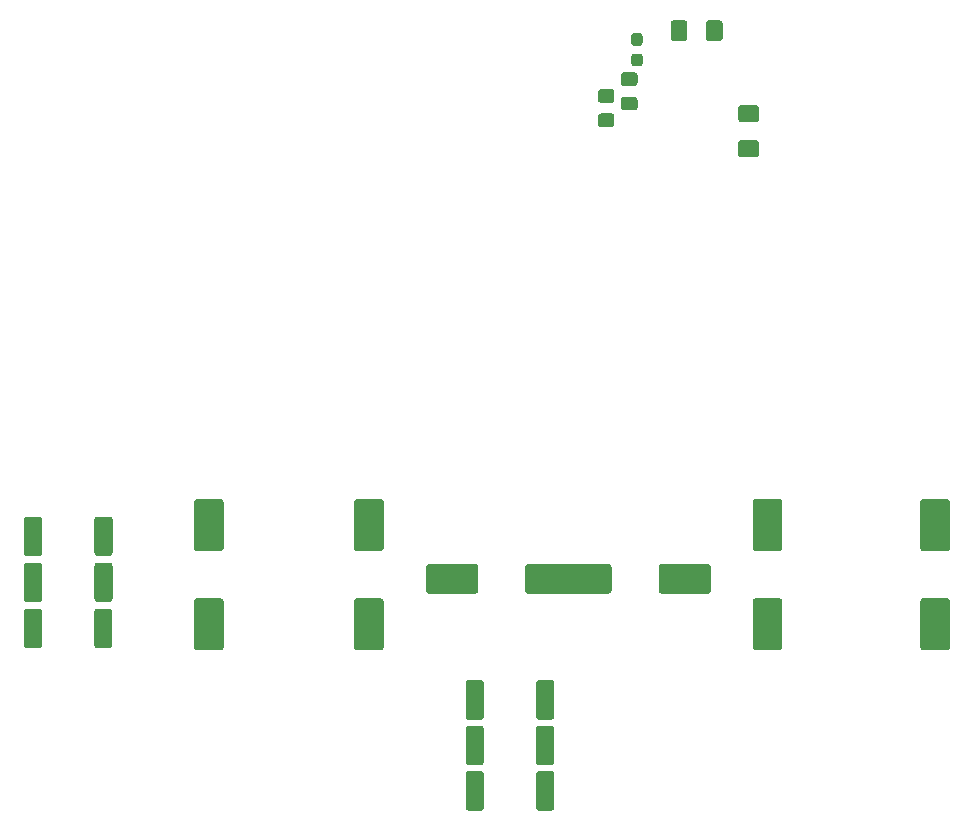
<source format=gbp>
%TF.GenerationSoftware,KiCad,Pcbnew,5.1.5+dfsg1-2build2*%
%TF.CreationDate,2021-12-29T18:24:04+01:00*%
%TF.ProjectId,motorDriver,6d6f746f-7244-4726-9976-65722e6b6963,rev?*%
%TF.SameCoordinates,Original*%
%TF.FileFunction,Paste,Bot*%
%TF.FilePolarity,Positive*%
%FSLAX46Y46*%
G04 Gerber Fmt 4.6, Leading zero omitted, Abs format (unit mm)*
G04 Created by KiCad (PCBNEW 5.1.5+dfsg1-2build2) date 2021-12-29 18:24:04*
%MOMM*%
%LPD*%
G04 APERTURE LIST*
%ADD10C,0.100000*%
G04 APERTURE END LIST*
D10*
%TO.C,C32*%
G36*
X116024504Y-88051204D02*
G01*
X116048773Y-88054804D01*
X116072571Y-88060765D01*
X116095671Y-88069030D01*
X116117849Y-88079520D01*
X116138893Y-88092133D01*
X116158598Y-88106747D01*
X116176777Y-88123223D01*
X116193253Y-88141402D01*
X116207867Y-88161107D01*
X116220480Y-88182151D01*
X116230970Y-88204329D01*
X116239235Y-88227429D01*
X116245196Y-88251227D01*
X116248796Y-88275496D01*
X116250000Y-88300000D01*
X116250000Y-92200000D01*
X116248796Y-92224504D01*
X116245196Y-92248773D01*
X116239235Y-92272571D01*
X116230970Y-92295671D01*
X116220480Y-92317849D01*
X116207867Y-92338893D01*
X116193253Y-92358598D01*
X116176777Y-92376777D01*
X116158598Y-92393253D01*
X116138893Y-92407867D01*
X116117849Y-92420480D01*
X116095671Y-92430970D01*
X116072571Y-92439235D01*
X116048773Y-92445196D01*
X116024504Y-92448796D01*
X116000000Y-92450000D01*
X114000000Y-92450000D01*
X113975496Y-92448796D01*
X113951227Y-92445196D01*
X113927429Y-92439235D01*
X113904329Y-92430970D01*
X113882151Y-92420480D01*
X113861107Y-92407867D01*
X113841402Y-92393253D01*
X113823223Y-92376777D01*
X113806747Y-92358598D01*
X113792133Y-92338893D01*
X113779520Y-92317849D01*
X113769030Y-92295671D01*
X113760765Y-92272571D01*
X113754804Y-92248773D01*
X113751204Y-92224504D01*
X113750000Y-92200000D01*
X113750000Y-88300000D01*
X113751204Y-88275496D01*
X113754804Y-88251227D01*
X113760765Y-88227429D01*
X113769030Y-88204329D01*
X113779520Y-88182151D01*
X113792133Y-88161107D01*
X113806747Y-88141402D01*
X113823223Y-88123223D01*
X113841402Y-88106747D01*
X113861107Y-88092133D01*
X113882151Y-88079520D01*
X113904329Y-88069030D01*
X113927429Y-88060765D01*
X113951227Y-88054804D01*
X113975496Y-88051204D01*
X114000000Y-88050000D01*
X116000000Y-88050000D01*
X116024504Y-88051204D01*
G37*
G36*
X116024504Y-96451204D02*
G01*
X116048773Y-96454804D01*
X116072571Y-96460765D01*
X116095671Y-96469030D01*
X116117849Y-96479520D01*
X116138893Y-96492133D01*
X116158598Y-96506747D01*
X116176777Y-96523223D01*
X116193253Y-96541402D01*
X116207867Y-96561107D01*
X116220480Y-96582151D01*
X116230970Y-96604329D01*
X116239235Y-96627429D01*
X116245196Y-96651227D01*
X116248796Y-96675496D01*
X116250000Y-96700000D01*
X116250000Y-100600000D01*
X116248796Y-100624504D01*
X116245196Y-100648773D01*
X116239235Y-100672571D01*
X116230970Y-100695671D01*
X116220480Y-100717849D01*
X116207867Y-100738893D01*
X116193253Y-100758598D01*
X116176777Y-100776777D01*
X116158598Y-100793253D01*
X116138893Y-100807867D01*
X116117849Y-100820480D01*
X116095671Y-100830970D01*
X116072571Y-100839235D01*
X116048773Y-100845196D01*
X116024504Y-100848796D01*
X116000000Y-100850000D01*
X114000000Y-100850000D01*
X113975496Y-100848796D01*
X113951227Y-100845196D01*
X113927429Y-100839235D01*
X113904329Y-100830970D01*
X113882151Y-100820480D01*
X113861107Y-100807867D01*
X113841402Y-100793253D01*
X113823223Y-100776777D01*
X113806747Y-100758598D01*
X113792133Y-100738893D01*
X113779520Y-100717849D01*
X113769030Y-100695671D01*
X113760765Y-100672571D01*
X113754804Y-100648773D01*
X113751204Y-100624504D01*
X113750000Y-100600000D01*
X113750000Y-96700000D01*
X113751204Y-96675496D01*
X113754804Y-96651227D01*
X113760765Y-96627429D01*
X113769030Y-96604329D01*
X113779520Y-96582151D01*
X113792133Y-96561107D01*
X113806747Y-96541402D01*
X113823223Y-96523223D01*
X113841402Y-96506747D01*
X113861107Y-96492133D01*
X113882151Y-96479520D01*
X113904329Y-96469030D01*
X113927429Y-96460765D01*
X113951227Y-96454804D01*
X113975496Y-96451204D01*
X114000000Y-96450000D01*
X116000000Y-96450000D01*
X116024504Y-96451204D01*
G37*
%TD*%
%TO.C,L1*%
G36*
X151510779Y-48601144D02*
G01*
X151533834Y-48604563D01*
X151556443Y-48610227D01*
X151578387Y-48618079D01*
X151599457Y-48628044D01*
X151619448Y-48640026D01*
X151638168Y-48653910D01*
X151655438Y-48669562D01*
X151671090Y-48686832D01*
X151684974Y-48705552D01*
X151696956Y-48725543D01*
X151706921Y-48746613D01*
X151714773Y-48768557D01*
X151720437Y-48791166D01*
X151723856Y-48814221D01*
X151725000Y-48837500D01*
X151725000Y-49412500D01*
X151723856Y-49435779D01*
X151720437Y-49458834D01*
X151714773Y-49481443D01*
X151706921Y-49503387D01*
X151696956Y-49524457D01*
X151684974Y-49544448D01*
X151671090Y-49563168D01*
X151655438Y-49580438D01*
X151638168Y-49596090D01*
X151619448Y-49609974D01*
X151599457Y-49621956D01*
X151578387Y-49631921D01*
X151556443Y-49639773D01*
X151533834Y-49645437D01*
X151510779Y-49648856D01*
X151487500Y-49650000D01*
X151012500Y-49650000D01*
X150989221Y-49648856D01*
X150966166Y-49645437D01*
X150943557Y-49639773D01*
X150921613Y-49631921D01*
X150900543Y-49621956D01*
X150880552Y-49609974D01*
X150861832Y-49596090D01*
X150844562Y-49580438D01*
X150828910Y-49563168D01*
X150815026Y-49544448D01*
X150803044Y-49524457D01*
X150793079Y-49503387D01*
X150785227Y-49481443D01*
X150779563Y-49458834D01*
X150776144Y-49435779D01*
X150775000Y-49412500D01*
X150775000Y-48837500D01*
X150776144Y-48814221D01*
X150779563Y-48791166D01*
X150785227Y-48768557D01*
X150793079Y-48746613D01*
X150803044Y-48725543D01*
X150815026Y-48705552D01*
X150828910Y-48686832D01*
X150844562Y-48669562D01*
X150861832Y-48653910D01*
X150880552Y-48640026D01*
X150900543Y-48628044D01*
X150921613Y-48618079D01*
X150943557Y-48610227D01*
X150966166Y-48604563D01*
X150989221Y-48601144D01*
X151012500Y-48600000D01*
X151487500Y-48600000D01*
X151510779Y-48601144D01*
G37*
G36*
X151510779Y-50351144D02*
G01*
X151533834Y-50354563D01*
X151556443Y-50360227D01*
X151578387Y-50368079D01*
X151599457Y-50378044D01*
X151619448Y-50390026D01*
X151638168Y-50403910D01*
X151655438Y-50419562D01*
X151671090Y-50436832D01*
X151684974Y-50455552D01*
X151696956Y-50475543D01*
X151706921Y-50496613D01*
X151714773Y-50518557D01*
X151720437Y-50541166D01*
X151723856Y-50564221D01*
X151725000Y-50587500D01*
X151725000Y-51162500D01*
X151723856Y-51185779D01*
X151720437Y-51208834D01*
X151714773Y-51231443D01*
X151706921Y-51253387D01*
X151696956Y-51274457D01*
X151684974Y-51294448D01*
X151671090Y-51313168D01*
X151655438Y-51330438D01*
X151638168Y-51346090D01*
X151619448Y-51359974D01*
X151599457Y-51371956D01*
X151578387Y-51381921D01*
X151556443Y-51389773D01*
X151533834Y-51395437D01*
X151510779Y-51398856D01*
X151487500Y-51400000D01*
X151012500Y-51400000D01*
X150989221Y-51398856D01*
X150966166Y-51395437D01*
X150943557Y-51389773D01*
X150921613Y-51381921D01*
X150900543Y-51371956D01*
X150880552Y-51359974D01*
X150861832Y-51346090D01*
X150844562Y-51330438D01*
X150828910Y-51313168D01*
X150815026Y-51294448D01*
X150803044Y-51274457D01*
X150793079Y-51253387D01*
X150785227Y-51231443D01*
X150779563Y-51208834D01*
X150776144Y-51185779D01*
X150775000Y-51162500D01*
X150775000Y-50587500D01*
X150776144Y-50564221D01*
X150779563Y-50541166D01*
X150785227Y-50518557D01*
X150793079Y-50496613D01*
X150803044Y-50475543D01*
X150815026Y-50455552D01*
X150828910Y-50436832D01*
X150844562Y-50419562D01*
X150861832Y-50403910D01*
X150880552Y-50390026D01*
X150900543Y-50378044D01*
X150921613Y-50368079D01*
X150943557Y-50360227D01*
X150966166Y-50354563D01*
X150989221Y-50351144D01*
X151012500Y-50350000D01*
X151487500Y-50350000D01*
X151510779Y-50351144D01*
G37*
%TD*%
%TO.C,C38*%
G36*
X151074505Y-51926204D02*
G01*
X151098773Y-51929804D01*
X151122572Y-51935765D01*
X151145671Y-51944030D01*
X151167850Y-51954520D01*
X151188893Y-51967132D01*
X151208599Y-51981747D01*
X151226777Y-51998223D01*
X151243253Y-52016401D01*
X151257868Y-52036107D01*
X151270480Y-52057150D01*
X151280970Y-52079329D01*
X151289235Y-52102428D01*
X151295196Y-52126227D01*
X151298796Y-52150495D01*
X151300000Y-52174999D01*
X151300000Y-52825001D01*
X151298796Y-52849505D01*
X151295196Y-52873773D01*
X151289235Y-52897572D01*
X151280970Y-52920671D01*
X151270480Y-52942850D01*
X151257868Y-52963893D01*
X151243253Y-52983599D01*
X151226777Y-53001777D01*
X151208599Y-53018253D01*
X151188893Y-53032868D01*
X151167850Y-53045480D01*
X151145671Y-53055970D01*
X151122572Y-53064235D01*
X151098773Y-53070196D01*
X151074505Y-53073796D01*
X151050001Y-53075000D01*
X150149999Y-53075000D01*
X150125495Y-53073796D01*
X150101227Y-53070196D01*
X150077428Y-53064235D01*
X150054329Y-53055970D01*
X150032150Y-53045480D01*
X150011107Y-53032868D01*
X149991401Y-53018253D01*
X149973223Y-53001777D01*
X149956747Y-52983599D01*
X149942132Y-52963893D01*
X149929520Y-52942850D01*
X149919030Y-52920671D01*
X149910765Y-52897572D01*
X149904804Y-52873773D01*
X149901204Y-52849505D01*
X149900000Y-52825001D01*
X149900000Y-52174999D01*
X149901204Y-52150495D01*
X149904804Y-52126227D01*
X149910765Y-52102428D01*
X149919030Y-52079329D01*
X149929520Y-52057150D01*
X149942132Y-52036107D01*
X149956747Y-52016401D01*
X149973223Y-51998223D01*
X149991401Y-51981747D01*
X150011107Y-51967132D01*
X150032150Y-51954520D01*
X150054329Y-51944030D01*
X150077428Y-51935765D01*
X150101227Y-51929804D01*
X150125495Y-51926204D01*
X150149999Y-51925000D01*
X151050001Y-51925000D01*
X151074505Y-51926204D01*
G37*
G36*
X151074505Y-53976204D02*
G01*
X151098773Y-53979804D01*
X151122572Y-53985765D01*
X151145671Y-53994030D01*
X151167850Y-54004520D01*
X151188893Y-54017132D01*
X151208599Y-54031747D01*
X151226777Y-54048223D01*
X151243253Y-54066401D01*
X151257868Y-54086107D01*
X151270480Y-54107150D01*
X151280970Y-54129329D01*
X151289235Y-54152428D01*
X151295196Y-54176227D01*
X151298796Y-54200495D01*
X151300000Y-54224999D01*
X151300000Y-54875001D01*
X151298796Y-54899505D01*
X151295196Y-54923773D01*
X151289235Y-54947572D01*
X151280970Y-54970671D01*
X151270480Y-54992850D01*
X151257868Y-55013893D01*
X151243253Y-55033599D01*
X151226777Y-55051777D01*
X151208599Y-55068253D01*
X151188893Y-55082868D01*
X151167850Y-55095480D01*
X151145671Y-55105970D01*
X151122572Y-55114235D01*
X151098773Y-55120196D01*
X151074505Y-55123796D01*
X151050001Y-55125000D01*
X150149999Y-55125000D01*
X150125495Y-55123796D01*
X150101227Y-55120196D01*
X150077428Y-55114235D01*
X150054329Y-55105970D01*
X150032150Y-55095480D01*
X150011107Y-55082868D01*
X149991401Y-55068253D01*
X149973223Y-55051777D01*
X149956747Y-55033599D01*
X149942132Y-55013893D01*
X149929520Y-54992850D01*
X149919030Y-54970671D01*
X149910765Y-54947572D01*
X149904804Y-54923773D01*
X149901204Y-54899505D01*
X149900000Y-54875001D01*
X149900000Y-54224999D01*
X149901204Y-54200495D01*
X149904804Y-54176227D01*
X149910765Y-54152428D01*
X149919030Y-54129329D01*
X149929520Y-54107150D01*
X149942132Y-54086107D01*
X149956747Y-54066401D01*
X149973223Y-54048223D01*
X149991401Y-54031747D01*
X150011107Y-54017132D01*
X150032150Y-54004520D01*
X150054329Y-53994030D01*
X150077428Y-53985765D01*
X150101227Y-53979804D01*
X150125495Y-53976204D01*
X150149999Y-53975000D01*
X151050001Y-53975000D01*
X151074505Y-53976204D01*
G37*
%TD*%
%TO.C,C2*%
G36*
X149124505Y-55401204D02*
G01*
X149148773Y-55404804D01*
X149172572Y-55410765D01*
X149195671Y-55419030D01*
X149217850Y-55429520D01*
X149238893Y-55442132D01*
X149258599Y-55456747D01*
X149276777Y-55473223D01*
X149293253Y-55491401D01*
X149307868Y-55511107D01*
X149320480Y-55532150D01*
X149330970Y-55554329D01*
X149339235Y-55577428D01*
X149345196Y-55601227D01*
X149348796Y-55625495D01*
X149350000Y-55649999D01*
X149350000Y-56300001D01*
X149348796Y-56324505D01*
X149345196Y-56348773D01*
X149339235Y-56372572D01*
X149330970Y-56395671D01*
X149320480Y-56417850D01*
X149307868Y-56438893D01*
X149293253Y-56458599D01*
X149276777Y-56476777D01*
X149258599Y-56493253D01*
X149238893Y-56507868D01*
X149217850Y-56520480D01*
X149195671Y-56530970D01*
X149172572Y-56539235D01*
X149148773Y-56545196D01*
X149124505Y-56548796D01*
X149100001Y-56550000D01*
X148199999Y-56550000D01*
X148175495Y-56548796D01*
X148151227Y-56545196D01*
X148127428Y-56539235D01*
X148104329Y-56530970D01*
X148082150Y-56520480D01*
X148061107Y-56507868D01*
X148041401Y-56493253D01*
X148023223Y-56476777D01*
X148006747Y-56458599D01*
X147992132Y-56438893D01*
X147979520Y-56417850D01*
X147969030Y-56395671D01*
X147960765Y-56372572D01*
X147954804Y-56348773D01*
X147951204Y-56324505D01*
X147950000Y-56300001D01*
X147950000Y-55649999D01*
X147951204Y-55625495D01*
X147954804Y-55601227D01*
X147960765Y-55577428D01*
X147969030Y-55554329D01*
X147979520Y-55532150D01*
X147992132Y-55511107D01*
X148006747Y-55491401D01*
X148023223Y-55473223D01*
X148041401Y-55456747D01*
X148061107Y-55442132D01*
X148082150Y-55429520D01*
X148104329Y-55419030D01*
X148127428Y-55410765D01*
X148151227Y-55404804D01*
X148175495Y-55401204D01*
X148199999Y-55400000D01*
X149100001Y-55400000D01*
X149124505Y-55401204D01*
G37*
G36*
X149124505Y-53351204D02*
G01*
X149148773Y-53354804D01*
X149172572Y-53360765D01*
X149195671Y-53369030D01*
X149217850Y-53379520D01*
X149238893Y-53392132D01*
X149258599Y-53406747D01*
X149276777Y-53423223D01*
X149293253Y-53441401D01*
X149307868Y-53461107D01*
X149320480Y-53482150D01*
X149330970Y-53504329D01*
X149339235Y-53527428D01*
X149345196Y-53551227D01*
X149348796Y-53575495D01*
X149350000Y-53599999D01*
X149350000Y-54250001D01*
X149348796Y-54274505D01*
X149345196Y-54298773D01*
X149339235Y-54322572D01*
X149330970Y-54345671D01*
X149320480Y-54367850D01*
X149307868Y-54388893D01*
X149293253Y-54408599D01*
X149276777Y-54426777D01*
X149258599Y-54443253D01*
X149238893Y-54457868D01*
X149217850Y-54470480D01*
X149195671Y-54480970D01*
X149172572Y-54489235D01*
X149148773Y-54495196D01*
X149124505Y-54498796D01*
X149100001Y-54500000D01*
X148199999Y-54500000D01*
X148175495Y-54498796D01*
X148151227Y-54495196D01*
X148127428Y-54489235D01*
X148104329Y-54480970D01*
X148082150Y-54470480D01*
X148061107Y-54457868D01*
X148041401Y-54443253D01*
X148023223Y-54426777D01*
X148006747Y-54408599D01*
X147992132Y-54388893D01*
X147979520Y-54367850D01*
X147969030Y-54345671D01*
X147960765Y-54322572D01*
X147954804Y-54298773D01*
X147951204Y-54274505D01*
X147950000Y-54250001D01*
X147950000Y-53599999D01*
X147951204Y-53575495D01*
X147954804Y-53551227D01*
X147960765Y-53527428D01*
X147969030Y-53504329D01*
X147979520Y-53482150D01*
X147992132Y-53461107D01*
X148006747Y-53441401D01*
X148023223Y-53423223D01*
X148041401Y-53406747D01*
X148061107Y-53392132D01*
X148082150Y-53379520D01*
X148104329Y-53369030D01*
X148127428Y-53360765D01*
X148151227Y-53354804D01*
X148175495Y-53351204D01*
X148199999Y-53350000D01*
X149100001Y-53350000D01*
X149124505Y-53351204D01*
G37*
%TD*%
%TO.C,R3*%
G36*
X158274504Y-47526204D02*
G01*
X158298773Y-47529804D01*
X158322571Y-47535765D01*
X158345671Y-47544030D01*
X158367849Y-47554520D01*
X158388893Y-47567133D01*
X158408598Y-47581747D01*
X158426777Y-47598223D01*
X158443253Y-47616402D01*
X158457867Y-47636107D01*
X158470480Y-47657151D01*
X158480970Y-47679329D01*
X158489235Y-47702429D01*
X158495196Y-47726227D01*
X158498796Y-47750496D01*
X158500000Y-47775000D01*
X158500000Y-49025000D01*
X158498796Y-49049504D01*
X158495196Y-49073773D01*
X158489235Y-49097571D01*
X158480970Y-49120671D01*
X158470480Y-49142849D01*
X158457867Y-49163893D01*
X158443253Y-49183598D01*
X158426777Y-49201777D01*
X158408598Y-49218253D01*
X158388893Y-49232867D01*
X158367849Y-49245480D01*
X158345671Y-49255970D01*
X158322571Y-49264235D01*
X158298773Y-49270196D01*
X158274504Y-49273796D01*
X158250000Y-49275000D01*
X157325000Y-49275000D01*
X157300496Y-49273796D01*
X157276227Y-49270196D01*
X157252429Y-49264235D01*
X157229329Y-49255970D01*
X157207151Y-49245480D01*
X157186107Y-49232867D01*
X157166402Y-49218253D01*
X157148223Y-49201777D01*
X157131747Y-49183598D01*
X157117133Y-49163893D01*
X157104520Y-49142849D01*
X157094030Y-49120671D01*
X157085765Y-49097571D01*
X157079804Y-49073773D01*
X157076204Y-49049504D01*
X157075000Y-49025000D01*
X157075000Y-47775000D01*
X157076204Y-47750496D01*
X157079804Y-47726227D01*
X157085765Y-47702429D01*
X157094030Y-47679329D01*
X157104520Y-47657151D01*
X157117133Y-47636107D01*
X157131747Y-47616402D01*
X157148223Y-47598223D01*
X157166402Y-47581747D01*
X157186107Y-47567133D01*
X157207151Y-47554520D01*
X157229329Y-47544030D01*
X157252429Y-47535765D01*
X157276227Y-47529804D01*
X157300496Y-47526204D01*
X157325000Y-47525000D01*
X158250000Y-47525000D01*
X158274504Y-47526204D01*
G37*
G36*
X155299504Y-47526204D02*
G01*
X155323773Y-47529804D01*
X155347571Y-47535765D01*
X155370671Y-47544030D01*
X155392849Y-47554520D01*
X155413893Y-47567133D01*
X155433598Y-47581747D01*
X155451777Y-47598223D01*
X155468253Y-47616402D01*
X155482867Y-47636107D01*
X155495480Y-47657151D01*
X155505970Y-47679329D01*
X155514235Y-47702429D01*
X155520196Y-47726227D01*
X155523796Y-47750496D01*
X155525000Y-47775000D01*
X155525000Y-49025000D01*
X155523796Y-49049504D01*
X155520196Y-49073773D01*
X155514235Y-49097571D01*
X155505970Y-49120671D01*
X155495480Y-49142849D01*
X155482867Y-49163893D01*
X155468253Y-49183598D01*
X155451777Y-49201777D01*
X155433598Y-49218253D01*
X155413893Y-49232867D01*
X155392849Y-49245480D01*
X155370671Y-49255970D01*
X155347571Y-49264235D01*
X155323773Y-49270196D01*
X155299504Y-49273796D01*
X155275000Y-49275000D01*
X154350000Y-49275000D01*
X154325496Y-49273796D01*
X154301227Y-49270196D01*
X154277429Y-49264235D01*
X154254329Y-49255970D01*
X154232151Y-49245480D01*
X154211107Y-49232867D01*
X154191402Y-49218253D01*
X154173223Y-49201777D01*
X154156747Y-49183598D01*
X154142133Y-49163893D01*
X154129520Y-49142849D01*
X154119030Y-49120671D01*
X154110765Y-49097571D01*
X154104804Y-49073773D01*
X154101204Y-49049504D01*
X154100000Y-49025000D01*
X154100000Y-47775000D01*
X154101204Y-47750496D01*
X154104804Y-47726227D01*
X154110765Y-47702429D01*
X154119030Y-47679329D01*
X154129520Y-47657151D01*
X154142133Y-47636107D01*
X154156747Y-47616402D01*
X154173223Y-47598223D01*
X154191402Y-47581747D01*
X154211107Y-47567133D01*
X154232151Y-47554520D01*
X154254329Y-47544030D01*
X154277429Y-47535765D01*
X154301227Y-47529804D01*
X154325496Y-47526204D01*
X154350000Y-47525000D01*
X155275000Y-47525000D01*
X155299504Y-47526204D01*
G37*
%TD*%
%TO.C,R6*%
G36*
X161349504Y-54701204D02*
G01*
X161373773Y-54704804D01*
X161397571Y-54710765D01*
X161420671Y-54719030D01*
X161442849Y-54729520D01*
X161463893Y-54742133D01*
X161483598Y-54756747D01*
X161501777Y-54773223D01*
X161518253Y-54791402D01*
X161532867Y-54811107D01*
X161545480Y-54832151D01*
X161555970Y-54854329D01*
X161564235Y-54877429D01*
X161570196Y-54901227D01*
X161573796Y-54925496D01*
X161575000Y-54950000D01*
X161575000Y-55875000D01*
X161573796Y-55899504D01*
X161570196Y-55923773D01*
X161564235Y-55947571D01*
X161555970Y-55970671D01*
X161545480Y-55992849D01*
X161532867Y-56013893D01*
X161518253Y-56033598D01*
X161501777Y-56051777D01*
X161483598Y-56068253D01*
X161463893Y-56082867D01*
X161442849Y-56095480D01*
X161420671Y-56105970D01*
X161397571Y-56114235D01*
X161373773Y-56120196D01*
X161349504Y-56123796D01*
X161325000Y-56125000D01*
X160075000Y-56125000D01*
X160050496Y-56123796D01*
X160026227Y-56120196D01*
X160002429Y-56114235D01*
X159979329Y-56105970D01*
X159957151Y-56095480D01*
X159936107Y-56082867D01*
X159916402Y-56068253D01*
X159898223Y-56051777D01*
X159881747Y-56033598D01*
X159867133Y-56013893D01*
X159854520Y-55992849D01*
X159844030Y-55970671D01*
X159835765Y-55947571D01*
X159829804Y-55923773D01*
X159826204Y-55899504D01*
X159825000Y-55875000D01*
X159825000Y-54950000D01*
X159826204Y-54925496D01*
X159829804Y-54901227D01*
X159835765Y-54877429D01*
X159844030Y-54854329D01*
X159854520Y-54832151D01*
X159867133Y-54811107D01*
X159881747Y-54791402D01*
X159898223Y-54773223D01*
X159916402Y-54756747D01*
X159936107Y-54742133D01*
X159957151Y-54729520D01*
X159979329Y-54719030D01*
X160002429Y-54710765D01*
X160026227Y-54704804D01*
X160050496Y-54701204D01*
X160075000Y-54700000D01*
X161325000Y-54700000D01*
X161349504Y-54701204D01*
G37*
G36*
X161349504Y-57676204D02*
G01*
X161373773Y-57679804D01*
X161397571Y-57685765D01*
X161420671Y-57694030D01*
X161442849Y-57704520D01*
X161463893Y-57717133D01*
X161483598Y-57731747D01*
X161501777Y-57748223D01*
X161518253Y-57766402D01*
X161532867Y-57786107D01*
X161545480Y-57807151D01*
X161555970Y-57829329D01*
X161564235Y-57852429D01*
X161570196Y-57876227D01*
X161573796Y-57900496D01*
X161575000Y-57925000D01*
X161575000Y-58850000D01*
X161573796Y-58874504D01*
X161570196Y-58898773D01*
X161564235Y-58922571D01*
X161555970Y-58945671D01*
X161545480Y-58967849D01*
X161532867Y-58988893D01*
X161518253Y-59008598D01*
X161501777Y-59026777D01*
X161483598Y-59043253D01*
X161463893Y-59057867D01*
X161442849Y-59070480D01*
X161420671Y-59080970D01*
X161397571Y-59089235D01*
X161373773Y-59095196D01*
X161349504Y-59098796D01*
X161325000Y-59100000D01*
X160075000Y-59100000D01*
X160050496Y-59098796D01*
X160026227Y-59095196D01*
X160002429Y-59089235D01*
X159979329Y-59080970D01*
X159957151Y-59070480D01*
X159936107Y-59057867D01*
X159916402Y-59043253D01*
X159898223Y-59026777D01*
X159881747Y-59008598D01*
X159867133Y-58988893D01*
X159854520Y-58967849D01*
X159844030Y-58945671D01*
X159835765Y-58922571D01*
X159829804Y-58898773D01*
X159826204Y-58874504D01*
X159825000Y-58850000D01*
X159825000Y-57925000D01*
X159826204Y-57900496D01*
X159829804Y-57876227D01*
X159835765Y-57852429D01*
X159844030Y-57829329D01*
X159854520Y-57807151D01*
X159867133Y-57786107D01*
X159881747Y-57766402D01*
X159898223Y-57748223D01*
X159916402Y-57731747D01*
X159936107Y-57717133D01*
X159957151Y-57704520D01*
X159979329Y-57694030D01*
X160002429Y-57685765D01*
X160026227Y-57679804D01*
X160050496Y-57676204D01*
X160075000Y-57675000D01*
X161325000Y-57675000D01*
X161349504Y-57676204D01*
G37*
%TD*%
%TO.C,R13*%
G36*
X100649505Y-93426204D02*
G01*
X100673773Y-93429804D01*
X100697572Y-93435765D01*
X100720671Y-93444030D01*
X100742850Y-93454520D01*
X100763893Y-93467132D01*
X100783599Y-93481747D01*
X100801777Y-93498223D01*
X100818253Y-93516401D01*
X100832868Y-93536107D01*
X100845480Y-93557150D01*
X100855970Y-93579329D01*
X100864235Y-93602428D01*
X100870196Y-93626227D01*
X100873796Y-93650495D01*
X100875000Y-93674999D01*
X100875000Y-96525001D01*
X100873796Y-96549505D01*
X100870196Y-96573773D01*
X100864235Y-96597572D01*
X100855970Y-96620671D01*
X100845480Y-96642850D01*
X100832868Y-96663893D01*
X100818253Y-96683599D01*
X100801777Y-96701777D01*
X100783599Y-96718253D01*
X100763893Y-96732868D01*
X100742850Y-96745480D01*
X100720671Y-96755970D01*
X100697572Y-96764235D01*
X100673773Y-96770196D01*
X100649505Y-96773796D01*
X100625001Y-96775000D01*
X99599999Y-96775000D01*
X99575495Y-96773796D01*
X99551227Y-96770196D01*
X99527428Y-96764235D01*
X99504329Y-96755970D01*
X99482150Y-96745480D01*
X99461107Y-96732868D01*
X99441401Y-96718253D01*
X99423223Y-96701777D01*
X99406747Y-96683599D01*
X99392132Y-96663893D01*
X99379520Y-96642850D01*
X99369030Y-96620671D01*
X99360765Y-96597572D01*
X99354804Y-96573773D01*
X99351204Y-96549505D01*
X99350000Y-96525001D01*
X99350000Y-93674999D01*
X99351204Y-93650495D01*
X99354804Y-93626227D01*
X99360765Y-93602428D01*
X99369030Y-93579329D01*
X99379520Y-93557150D01*
X99392132Y-93536107D01*
X99406747Y-93516401D01*
X99423223Y-93498223D01*
X99441401Y-93481747D01*
X99461107Y-93467132D01*
X99482150Y-93454520D01*
X99504329Y-93444030D01*
X99527428Y-93435765D01*
X99551227Y-93429804D01*
X99575495Y-93426204D01*
X99599999Y-93425000D01*
X100625001Y-93425000D01*
X100649505Y-93426204D01*
G37*
G36*
X106624505Y-93426204D02*
G01*
X106648773Y-93429804D01*
X106672572Y-93435765D01*
X106695671Y-93444030D01*
X106717850Y-93454520D01*
X106738893Y-93467132D01*
X106758599Y-93481747D01*
X106776777Y-93498223D01*
X106793253Y-93516401D01*
X106807868Y-93536107D01*
X106820480Y-93557150D01*
X106830970Y-93579329D01*
X106839235Y-93602428D01*
X106845196Y-93626227D01*
X106848796Y-93650495D01*
X106850000Y-93674999D01*
X106850000Y-96525001D01*
X106848796Y-96549505D01*
X106845196Y-96573773D01*
X106839235Y-96597572D01*
X106830970Y-96620671D01*
X106820480Y-96642850D01*
X106807868Y-96663893D01*
X106793253Y-96683599D01*
X106776777Y-96701777D01*
X106758599Y-96718253D01*
X106738893Y-96732868D01*
X106717850Y-96745480D01*
X106695671Y-96755970D01*
X106672572Y-96764235D01*
X106648773Y-96770196D01*
X106624505Y-96773796D01*
X106600001Y-96775000D01*
X105574999Y-96775000D01*
X105550495Y-96773796D01*
X105526227Y-96770196D01*
X105502428Y-96764235D01*
X105479329Y-96755970D01*
X105457150Y-96745480D01*
X105436107Y-96732868D01*
X105416401Y-96718253D01*
X105398223Y-96701777D01*
X105381747Y-96683599D01*
X105367132Y-96663893D01*
X105354520Y-96642850D01*
X105344030Y-96620671D01*
X105335765Y-96597572D01*
X105329804Y-96573773D01*
X105326204Y-96549505D01*
X105325000Y-96525001D01*
X105325000Y-93674999D01*
X105326204Y-93650495D01*
X105329804Y-93626227D01*
X105335765Y-93602428D01*
X105344030Y-93579329D01*
X105354520Y-93557150D01*
X105367132Y-93536107D01*
X105381747Y-93516401D01*
X105398223Y-93498223D01*
X105416401Y-93481747D01*
X105436107Y-93467132D01*
X105457150Y-93454520D01*
X105479329Y-93444030D01*
X105502428Y-93435765D01*
X105526227Y-93429804D01*
X105550495Y-93426204D01*
X105574999Y-93425000D01*
X106600001Y-93425000D01*
X106624505Y-93426204D01*
G37*
%TD*%
%TO.C,R19*%
G36*
X100649505Y-89526204D02*
G01*
X100673773Y-89529804D01*
X100697572Y-89535765D01*
X100720671Y-89544030D01*
X100742850Y-89554520D01*
X100763893Y-89567132D01*
X100783599Y-89581747D01*
X100801777Y-89598223D01*
X100818253Y-89616401D01*
X100832868Y-89636107D01*
X100845480Y-89657150D01*
X100855970Y-89679329D01*
X100864235Y-89702428D01*
X100870196Y-89726227D01*
X100873796Y-89750495D01*
X100875000Y-89774999D01*
X100875000Y-92625001D01*
X100873796Y-92649505D01*
X100870196Y-92673773D01*
X100864235Y-92697572D01*
X100855970Y-92720671D01*
X100845480Y-92742850D01*
X100832868Y-92763893D01*
X100818253Y-92783599D01*
X100801777Y-92801777D01*
X100783599Y-92818253D01*
X100763893Y-92832868D01*
X100742850Y-92845480D01*
X100720671Y-92855970D01*
X100697572Y-92864235D01*
X100673773Y-92870196D01*
X100649505Y-92873796D01*
X100625001Y-92875000D01*
X99599999Y-92875000D01*
X99575495Y-92873796D01*
X99551227Y-92870196D01*
X99527428Y-92864235D01*
X99504329Y-92855970D01*
X99482150Y-92845480D01*
X99461107Y-92832868D01*
X99441401Y-92818253D01*
X99423223Y-92801777D01*
X99406747Y-92783599D01*
X99392132Y-92763893D01*
X99379520Y-92742850D01*
X99369030Y-92720671D01*
X99360765Y-92697572D01*
X99354804Y-92673773D01*
X99351204Y-92649505D01*
X99350000Y-92625001D01*
X99350000Y-89774999D01*
X99351204Y-89750495D01*
X99354804Y-89726227D01*
X99360765Y-89702428D01*
X99369030Y-89679329D01*
X99379520Y-89657150D01*
X99392132Y-89636107D01*
X99406747Y-89616401D01*
X99423223Y-89598223D01*
X99441401Y-89581747D01*
X99461107Y-89567132D01*
X99482150Y-89554520D01*
X99504329Y-89544030D01*
X99527428Y-89535765D01*
X99551227Y-89529804D01*
X99575495Y-89526204D01*
X99599999Y-89525000D01*
X100625001Y-89525000D01*
X100649505Y-89526204D01*
G37*
G36*
X106624505Y-89526204D02*
G01*
X106648773Y-89529804D01*
X106672572Y-89535765D01*
X106695671Y-89544030D01*
X106717850Y-89554520D01*
X106738893Y-89567132D01*
X106758599Y-89581747D01*
X106776777Y-89598223D01*
X106793253Y-89616401D01*
X106807868Y-89636107D01*
X106820480Y-89657150D01*
X106830970Y-89679329D01*
X106839235Y-89702428D01*
X106845196Y-89726227D01*
X106848796Y-89750495D01*
X106850000Y-89774999D01*
X106850000Y-92625001D01*
X106848796Y-92649505D01*
X106845196Y-92673773D01*
X106839235Y-92697572D01*
X106830970Y-92720671D01*
X106820480Y-92742850D01*
X106807868Y-92763893D01*
X106793253Y-92783599D01*
X106776777Y-92801777D01*
X106758599Y-92818253D01*
X106738893Y-92832868D01*
X106717850Y-92845480D01*
X106695671Y-92855970D01*
X106672572Y-92864235D01*
X106648773Y-92870196D01*
X106624505Y-92873796D01*
X106600001Y-92875000D01*
X105574999Y-92875000D01*
X105550495Y-92873796D01*
X105526227Y-92870196D01*
X105502428Y-92864235D01*
X105479329Y-92855970D01*
X105457150Y-92845480D01*
X105436107Y-92832868D01*
X105416401Y-92818253D01*
X105398223Y-92801777D01*
X105381747Y-92783599D01*
X105367132Y-92763893D01*
X105354520Y-92742850D01*
X105344030Y-92720671D01*
X105335765Y-92697572D01*
X105329804Y-92673773D01*
X105326204Y-92649505D01*
X105325000Y-92625001D01*
X105325000Y-89774999D01*
X105326204Y-89750495D01*
X105329804Y-89726227D01*
X105335765Y-89702428D01*
X105344030Y-89679329D01*
X105354520Y-89657150D01*
X105367132Y-89636107D01*
X105381747Y-89616401D01*
X105398223Y-89598223D01*
X105416401Y-89581747D01*
X105436107Y-89567132D01*
X105457150Y-89554520D01*
X105479329Y-89544030D01*
X105502428Y-89535765D01*
X105526227Y-89529804D01*
X105550495Y-89526204D01*
X105574999Y-89525000D01*
X106600001Y-89525000D01*
X106624505Y-89526204D01*
G37*
%TD*%
%TO.C,R25*%
G36*
X100637005Y-97326204D02*
G01*
X100661273Y-97329804D01*
X100685072Y-97335765D01*
X100708171Y-97344030D01*
X100730350Y-97354520D01*
X100751393Y-97367132D01*
X100771099Y-97381747D01*
X100789277Y-97398223D01*
X100805753Y-97416401D01*
X100820368Y-97436107D01*
X100832980Y-97457150D01*
X100843470Y-97479329D01*
X100851735Y-97502428D01*
X100857696Y-97526227D01*
X100861296Y-97550495D01*
X100862500Y-97574999D01*
X100862500Y-100425001D01*
X100861296Y-100449505D01*
X100857696Y-100473773D01*
X100851735Y-100497572D01*
X100843470Y-100520671D01*
X100832980Y-100542850D01*
X100820368Y-100563893D01*
X100805753Y-100583599D01*
X100789277Y-100601777D01*
X100771099Y-100618253D01*
X100751393Y-100632868D01*
X100730350Y-100645480D01*
X100708171Y-100655970D01*
X100685072Y-100664235D01*
X100661273Y-100670196D01*
X100637005Y-100673796D01*
X100612501Y-100675000D01*
X99587499Y-100675000D01*
X99562995Y-100673796D01*
X99538727Y-100670196D01*
X99514928Y-100664235D01*
X99491829Y-100655970D01*
X99469650Y-100645480D01*
X99448607Y-100632868D01*
X99428901Y-100618253D01*
X99410723Y-100601777D01*
X99394247Y-100583599D01*
X99379632Y-100563893D01*
X99367020Y-100542850D01*
X99356530Y-100520671D01*
X99348265Y-100497572D01*
X99342304Y-100473773D01*
X99338704Y-100449505D01*
X99337500Y-100425001D01*
X99337500Y-97574999D01*
X99338704Y-97550495D01*
X99342304Y-97526227D01*
X99348265Y-97502428D01*
X99356530Y-97479329D01*
X99367020Y-97457150D01*
X99379632Y-97436107D01*
X99394247Y-97416401D01*
X99410723Y-97398223D01*
X99428901Y-97381747D01*
X99448607Y-97367132D01*
X99469650Y-97354520D01*
X99491829Y-97344030D01*
X99514928Y-97335765D01*
X99538727Y-97329804D01*
X99562995Y-97326204D01*
X99587499Y-97325000D01*
X100612501Y-97325000D01*
X100637005Y-97326204D01*
G37*
G36*
X106612005Y-97326204D02*
G01*
X106636273Y-97329804D01*
X106660072Y-97335765D01*
X106683171Y-97344030D01*
X106705350Y-97354520D01*
X106726393Y-97367132D01*
X106746099Y-97381747D01*
X106764277Y-97398223D01*
X106780753Y-97416401D01*
X106795368Y-97436107D01*
X106807980Y-97457150D01*
X106818470Y-97479329D01*
X106826735Y-97502428D01*
X106832696Y-97526227D01*
X106836296Y-97550495D01*
X106837500Y-97574999D01*
X106837500Y-100425001D01*
X106836296Y-100449505D01*
X106832696Y-100473773D01*
X106826735Y-100497572D01*
X106818470Y-100520671D01*
X106807980Y-100542850D01*
X106795368Y-100563893D01*
X106780753Y-100583599D01*
X106764277Y-100601777D01*
X106746099Y-100618253D01*
X106726393Y-100632868D01*
X106705350Y-100645480D01*
X106683171Y-100655970D01*
X106660072Y-100664235D01*
X106636273Y-100670196D01*
X106612005Y-100673796D01*
X106587501Y-100675000D01*
X105562499Y-100675000D01*
X105537995Y-100673796D01*
X105513727Y-100670196D01*
X105489928Y-100664235D01*
X105466829Y-100655970D01*
X105444650Y-100645480D01*
X105423607Y-100632868D01*
X105403901Y-100618253D01*
X105385723Y-100601777D01*
X105369247Y-100583599D01*
X105354632Y-100563893D01*
X105342020Y-100542850D01*
X105331530Y-100520671D01*
X105323265Y-100497572D01*
X105317304Y-100473773D01*
X105313704Y-100449505D01*
X105312500Y-100425001D01*
X105312500Y-97574999D01*
X105313704Y-97550495D01*
X105317304Y-97526227D01*
X105323265Y-97502428D01*
X105331530Y-97479329D01*
X105342020Y-97457150D01*
X105354632Y-97436107D01*
X105369247Y-97416401D01*
X105385723Y-97398223D01*
X105403901Y-97381747D01*
X105423607Y-97367132D01*
X105444650Y-97354520D01*
X105466829Y-97344030D01*
X105489928Y-97335765D01*
X105513727Y-97329804D01*
X105537995Y-97326204D01*
X105562499Y-97325000D01*
X106587501Y-97325000D01*
X106612005Y-97326204D01*
G37*
%TD*%
%TO.C,R32*%
G36*
X138049505Y-103376204D02*
G01*
X138073773Y-103379804D01*
X138097572Y-103385765D01*
X138120671Y-103394030D01*
X138142850Y-103404520D01*
X138163893Y-103417132D01*
X138183599Y-103431747D01*
X138201777Y-103448223D01*
X138218253Y-103466401D01*
X138232868Y-103486107D01*
X138245480Y-103507150D01*
X138255970Y-103529329D01*
X138264235Y-103552428D01*
X138270196Y-103576227D01*
X138273796Y-103600495D01*
X138275000Y-103624999D01*
X138275000Y-106475001D01*
X138273796Y-106499505D01*
X138270196Y-106523773D01*
X138264235Y-106547572D01*
X138255970Y-106570671D01*
X138245480Y-106592850D01*
X138232868Y-106613893D01*
X138218253Y-106633599D01*
X138201777Y-106651777D01*
X138183599Y-106668253D01*
X138163893Y-106682868D01*
X138142850Y-106695480D01*
X138120671Y-106705970D01*
X138097572Y-106714235D01*
X138073773Y-106720196D01*
X138049505Y-106723796D01*
X138025001Y-106725000D01*
X136999999Y-106725000D01*
X136975495Y-106723796D01*
X136951227Y-106720196D01*
X136927428Y-106714235D01*
X136904329Y-106705970D01*
X136882150Y-106695480D01*
X136861107Y-106682868D01*
X136841401Y-106668253D01*
X136823223Y-106651777D01*
X136806747Y-106633599D01*
X136792132Y-106613893D01*
X136779520Y-106592850D01*
X136769030Y-106570671D01*
X136760765Y-106547572D01*
X136754804Y-106523773D01*
X136751204Y-106499505D01*
X136750000Y-106475001D01*
X136750000Y-103624999D01*
X136751204Y-103600495D01*
X136754804Y-103576227D01*
X136760765Y-103552428D01*
X136769030Y-103529329D01*
X136779520Y-103507150D01*
X136792132Y-103486107D01*
X136806747Y-103466401D01*
X136823223Y-103448223D01*
X136841401Y-103431747D01*
X136861107Y-103417132D01*
X136882150Y-103404520D01*
X136904329Y-103394030D01*
X136927428Y-103385765D01*
X136951227Y-103379804D01*
X136975495Y-103376204D01*
X136999999Y-103375000D01*
X138025001Y-103375000D01*
X138049505Y-103376204D01*
G37*
G36*
X144024505Y-103376204D02*
G01*
X144048773Y-103379804D01*
X144072572Y-103385765D01*
X144095671Y-103394030D01*
X144117850Y-103404520D01*
X144138893Y-103417132D01*
X144158599Y-103431747D01*
X144176777Y-103448223D01*
X144193253Y-103466401D01*
X144207868Y-103486107D01*
X144220480Y-103507150D01*
X144230970Y-103529329D01*
X144239235Y-103552428D01*
X144245196Y-103576227D01*
X144248796Y-103600495D01*
X144250000Y-103624999D01*
X144250000Y-106475001D01*
X144248796Y-106499505D01*
X144245196Y-106523773D01*
X144239235Y-106547572D01*
X144230970Y-106570671D01*
X144220480Y-106592850D01*
X144207868Y-106613893D01*
X144193253Y-106633599D01*
X144176777Y-106651777D01*
X144158599Y-106668253D01*
X144138893Y-106682868D01*
X144117850Y-106695480D01*
X144095671Y-106705970D01*
X144072572Y-106714235D01*
X144048773Y-106720196D01*
X144024505Y-106723796D01*
X144000001Y-106725000D01*
X142974999Y-106725000D01*
X142950495Y-106723796D01*
X142926227Y-106720196D01*
X142902428Y-106714235D01*
X142879329Y-106705970D01*
X142857150Y-106695480D01*
X142836107Y-106682868D01*
X142816401Y-106668253D01*
X142798223Y-106651777D01*
X142781747Y-106633599D01*
X142767132Y-106613893D01*
X142754520Y-106592850D01*
X142744030Y-106570671D01*
X142735765Y-106547572D01*
X142729804Y-106523773D01*
X142726204Y-106499505D01*
X142725000Y-106475001D01*
X142725000Y-103624999D01*
X142726204Y-103600495D01*
X142729804Y-103576227D01*
X142735765Y-103552428D01*
X142744030Y-103529329D01*
X142754520Y-103507150D01*
X142767132Y-103486107D01*
X142781747Y-103466401D01*
X142798223Y-103448223D01*
X142816401Y-103431747D01*
X142836107Y-103417132D01*
X142857150Y-103404520D01*
X142879329Y-103394030D01*
X142902428Y-103385765D01*
X142926227Y-103379804D01*
X142950495Y-103376204D01*
X142974999Y-103375000D01*
X144000001Y-103375000D01*
X144024505Y-103376204D01*
G37*
%TD*%
%TO.C,R33*%
G36*
X138049505Y-107226204D02*
G01*
X138073773Y-107229804D01*
X138097572Y-107235765D01*
X138120671Y-107244030D01*
X138142850Y-107254520D01*
X138163893Y-107267132D01*
X138183599Y-107281747D01*
X138201777Y-107298223D01*
X138218253Y-107316401D01*
X138232868Y-107336107D01*
X138245480Y-107357150D01*
X138255970Y-107379329D01*
X138264235Y-107402428D01*
X138270196Y-107426227D01*
X138273796Y-107450495D01*
X138275000Y-107474999D01*
X138275000Y-110325001D01*
X138273796Y-110349505D01*
X138270196Y-110373773D01*
X138264235Y-110397572D01*
X138255970Y-110420671D01*
X138245480Y-110442850D01*
X138232868Y-110463893D01*
X138218253Y-110483599D01*
X138201777Y-110501777D01*
X138183599Y-110518253D01*
X138163893Y-110532868D01*
X138142850Y-110545480D01*
X138120671Y-110555970D01*
X138097572Y-110564235D01*
X138073773Y-110570196D01*
X138049505Y-110573796D01*
X138025001Y-110575000D01*
X136999999Y-110575000D01*
X136975495Y-110573796D01*
X136951227Y-110570196D01*
X136927428Y-110564235D01*
X136904329Y-110555970D01*
X136882150Y-110545480D01*
X136861107Y-110532868D01*
X136841401Y-110518253D01*
X136823223Y-110501777D01*
X136806747Y-110483599D01*
X136792132Y-110463893D01*
X136779520Y-110442850D01*
X136769030Y-110420671D01*
X136760765Y-110397572D01*
X136754804Y-110373773D01*
X136751204Y-110349505D01*
X136750000Y-110325001D01*
X136750000Y-107474999D01*
X136751204Y-107450495D01*
X136754804Y-107426227D01*
X136760765Y-107402428D01*
X136769030Y-107379329D01*
X136779520Y-107357150D01*
X136792132Y-107336107D01*
X136806747Y-107316401D01*
X136823223Y-107298223D01*
X136841401Y-107281747D01*
X136861107Y-107267132D01*
X136882150Y-107254520D01*
X136904329Y-107244030D01*
X136927428Y-107235765D01*
X136951227Y-107229804D01*
X136975495Y-107226204D01*
X136999999Y-107225000D01*
X138025001Y-107225000D01*
X138049505Y-107226204D01*
G37*
G36*
X144024505Y-107226204D02*
G01*
X144048773Y-107229804D01*
X144072572Y-107235765D01*
X144095671Y-107244030D01*
X144117850Y-107254520D01*
X144138893Y-107267132D01*
X144158599Y-107281747D01*
X144176777Y-107298223D01*
X144193253Y-107316401D01*
X144207868Y-107336107D01*
X144220480Y-107357150D01*
X144230970Y-107379329D01*
X144239235Y-107402428D01*
X144245196Y-107426227D01*
X144248796Y-107450495D01*
X144250000Y-107474999D01*
X144250000Y-110325001D01*
X144248796Y-110349505D01*
X144245196Y-110373773D01*
X144239235Y-110397572D01*
X144230970Y-110420671D01*
X144220480Y-110442850D01*
X144207868Y-110463893D01*
X144193253Y-110483599D01*
X144176777Y-110501777D01*
X144158599Y-110518253D01*
X144138893Y-110532868D01*
X144117850Y-110545480D01*
X144095671Y-110555970D01*
X144072572Y-110564235D01*
X144048773Y-110570196D01*
X144024505Y-110573796D01*
X144000001Y-110575000D01*
X142974999Y-110575000D01*
X142950495Y-110573796D01*
X142926227Y-110570196D01*
X142902428Y-110564235D01*
X142879329Y-110555970D01*
X142857150Y-110545480D01*
X142836107Y-110532868D01*
X142816401Y-110518253D01*
X142798223Y-110501777D01*
X142781747Y-110483599D01*
X142767132Y-110463893D01*
X142754520Y-110442850D01*
X142744030Y-110420671D01*
X142735765Y-110397572D01*
X142729804Y-110373773D01*
X142726204Y-110349505D01*
X142725000Y-110325001D01*
X142725000Y-107474999D01*
X142726204Y-107450495D01*
X142729804Y-107426227D01*
X142735765Y-107402428D01*
X142744030Y-107379329D01*
X142754520Y-107357150D01*
X142767132Y-107336107D01*
X142781747Y-107316401D01*
X142798223Y-107298223D01*
X142816401Y-107281747D01*
X142836107Y-107267132D01*
X142857150Y-107254520D01*
X142879329Y-107244030D01*
X142902428Y-107235765D01*
X142926227Y-107229804D01*
X142950495Y-107226204D01*
X142974999Y-107225000D01*
X144000001Y-107225000D01*
X144024505Y-107226204D01*
G37*
%TD*%
%TO.C,R34*%
G36*
X138049505Y-111076204D02*
G01*
X138073773Y-111079804D01*
X138097572Y-111085765D01*
X138120671Y-111094030D01*
X138142850Y-111104520D01*
X138163893Y-111117132D01*
X138183599Y-111131747D01*
X138201777Y-111148223D01*
X138218253Y-111166401D01*
X138232868Y-111186107D01*
X138245480Y-111207150D01*
X138255970Y-111229329D01*
X138264235Y-111252428D01*
X138270196Y-111276227D01*
X138273796Y-111300495D01*
X138275000Y-111324999D01*
X138275000Y-114175001D01*
X138273796Y-114199505D01*
X138270196Y-114223773D01*
X138264235Y-114247572D01*
X138255970Y-114270671D01*
X138245480Y-114292850D01*
X138232868Y-114313893D01*
X138218253Y-114333599D01*
X138201777Y-114351777D01*
X138183599Y-114368253D01*
X138163893Y-114382868D01*
X138142850Y-114395480D01*
X138120671Y-114405970D01*
X138097572Y-114414235D01*
X138073773Y-114420196D01*
X138049505Y-114423796D01*
X138025001Y-114425000D01*
X136999999Y-114425000D01*
X136975495Y-114423796D01*
X136951227Y-114420196D01*
X136927428Y-114414235D01*
X136904329Y-114405970D01*
X136882150Y-114395480D01*
X136861107Y-114382868D01*
X136841401Y-114368253D01*
X136823223Y-114351777D01*
X136806747Y-114333599D01*
X136792132Y-114313893D01*
X136779520Y-114292850D01*
X136769030Y-114270671D01*
X136760765Y-114247572D01*
X136754804Y-114223773D01*
X136751204Y-114199505D01*
X136750000Y-114175001D01*
X136750000Y-111324999D01*
X136751204Y-111300495D01*
X136754804Y-111276227D01*
X136760765Y-111252428D01*
X136769030Y-111229329D01*
X136779520Y-111207150D01*
X136792132Y-111186107D01*
X136806747Y-111166401D01*
X136823223Y-111148223D01*
X136841401Y-111131747D01*
X136861107Y-111117132D01*
X136882150Y-111104520D01*
X136904329Y-111094030D01*
X136927428Y-111085765D01*
X136951227Y-111079804D01*
X136975495Y-111076204D01*
X136999999Y-111075000D01*
X138025001Y-111075000D01*
X138049505Y-111076204D01*
G37*
G36*
X144024505Y-111076204D02*
G01*
X144048773Y-111079804D01*
X144072572Y-111085765D01*
X144095671Y-111094030D01*
X144117850Y-111104520D01*
X144138893Y-111117132D01*
X144158599Y-111131747D01*
X144176777Y-111148223D01*
X144193253Y-111166401D01*
X144207868Y-111186107D01*
X144220480Y-111207150D01*
X144230970Y-111229329D01*
X144239235Y-111252428D01*
X144245196Y-111276227D01*
X144248796Y-111300495D01*
X144250000Y-111324999D01*
X144250000Y-114175001D01*
X144248796Y-114199505D01*
X144245196Y-114223773D01*
X144239235Y-114247572D01*
X144230970Y-114270671D01*
X144220480Y-114292850D01*
X144207868Y-114313893D01*
X144193253Y-114333599D01*
X144176777Y-114351777D01*
X144158599Y-114368253D01*
X144138893Y-114382868D01*
X144117850Y-114395480D01*
X144095671Y-114405970D01*
X144072572Y-114414235D01*
X144048773Y-114420196D01*
X144024505Y-114423796D01*
X144000001Y-114425000D01*
X142974999Y-114425000D01*
X142950495Y-114423796D01*
X142926227Y-114420196D01*
X142902428Y-114414235D01*
X142879329Y-114405970D01*
X142857150Y-114395480D01*
X142836107Y-114382868D01*
X142816401Y-114368253D01*
X142798223Y-114351777D01*
X142781747Y-114333599D01*
X142767132Y-114313893D01*
X142754520Y-114292850D01*
X142744030Y-114270671D01*
X142735765Y-114247572D01*
X142729804Y-114223773D01*
X142726204Y-114199505D01*
X142725000Y-114175001D01*
X142725000Y-111324999D01*
X142726204Y-111300495D01*
X142729804Y-111276227D01*
X142735765Y-111252428D01*
X142744030Y-111229329D01*
X142754520Y-111207150D01*
X142767132Y-111186107D01*
X142781747Y-111166401D01*
X142798223Y-111148223D01*
X142816401Y-111131747D01*
X142836107Y-111117132D01*
X142857150Y-111104520D01*
X142879329Y-111094030D01*
X142902428Y-111085765D01*
X142926227Y-111079804D01*
X142950495Y-111076204D01*
X142974999Y-111075000D01*
X144000001Y-111075000D01*
X144024505Y-111076204D01*
G37*
%TD*%
%TO.C,C33*%
G36*
X129574504Y-88051204D02*
G01*
X129598773Y-88054804D01*
X129622571Y-88060765D01*
X129645671Y-88069030D01*
X129667849Y-88079520D01*
X129688893Y-88092133D01*
X129708598Y-88106747D01*
X129726777Y-88123223D01*
X129743253Y-88141402D01*
X129757867Y-88161107D01*
X129770480Y-88182151D01*
X129780970Y-88204329D01*
X129789235Y-88227429D01*
X129795196Y-88251227D01*
X129798796Y-88275496D01*
X129800000Y-88300000D01*
X129800000Y-92200000D01*
X129798796Y-92224504D01*
X129795196Y-92248773D01*
X129789235Y-92272571D01*
X129780970Y-92295671D01*
X129770480Y-92317849D01*
X129757867Y-92338893D01*
X129743253Y-92358598D01*
X129726777Y-92376777D01*
X129708598Y-92393253D01*
X129688893Y-92407867D01*
X129667849Y-92420480D01*
X129645671Y-92430970D01*
X129622571Y-92439235D01*
X129598773Y-92445196D01*
X129574504Y-92448796D01*
X129550000Y-92450000D01*
X127550000Y-92450000D01*
X127525496Y-92448796D01*
X127501227Y-92445196D01*
X127477429Y-92439235D01*
X127454329Y-92430970D01*
X127432151Y-92420480D01*
X127411107Y-92407867D01*
X127391402Y-92393253D01*
X127373223Y-92376777D01*
X127356747Y-92358598D01*
X127342133Y-92338893D01*
X127329520Y-92317849D01*
X127319030Y-92295671D01*
X127310765Y-92272571D01*
X127304804Y-92248773D01*
X127301204Y-92224504D01*
X127300000Y-92200000D01*
X127300000Y-88300000D01*
X127301204Y-88275496D01*
X127304804Y-88251227D01*
X127310765Y-88227429D01*
X127319030Y-88204329D01*
X127329520Y-88182151D01*
X127342133Y-88161107D01*
X127356747Y-88141402D01*
X127373223Y-88123223D01*
X127391402Y-88106747D01*
X127411107Y-88092133D01*
X127432151Y-88079520D01*
X127454329Y-88069030D01*
X127477429Y-88060765D01*
X127501227Y-88054804D01*
X127525496Y-88051204D01*
X127550000Y-88050000D01*
X129550000Y-88050000D01*
X129574504Y-88051204D01*
G37*
G36*
X129574504Y-96451204D02*
G01*
X129598773Y-96454804D01*
X129622571Y-96460765D01*
X129645671Y-96469030D01*
X129667849Y-96479520D01*
X129688893Y-96492133D01*
X129708598Y-96506747D01*
X129726777Y-96523223D01*
X129743253Y-96541402D01*
X129757867Y-96561107D01*
X129770480Y-96582151D01*
X129780970Y-96604329D01*
X129789235Y-96627429D01*
X129795196Y-96651227D01*
X129798796Y-96675496D01*
X129800000Y-96700000D01*
X129800000Y-100600000D01*
X129798796Y-100624504D01*
X129795196Y-100648773D01*
X129789235Y-100672571D01*
X129780970Y-100695671D01*
X129770480Y-100717849D01*
X129757867Y-100738893D01*
X129743253Y-100758598D01*
X129726777Y-100776777D01*
X129708598Y-100793253D01*
X129688893Y-100807867D01*
X129667849Y-100820480D01*
X129645671Y-100830970D01*
X129622571Y-100839235D01*
X129598773Y-100845196D01*
X129574504Y-100848796D01*
X129550000Y-100850000D01*
X127550000Y-100850000D01*
X127525496Y-100848796D01*
X127501227Y-100845196D01*
X127477429Y-100839235D01*
X127454329Y-100830970D01*
X127432151Y-100820480D01*
X127411107Y-100807867D01*
X127391402Y-100793253D01*
X127373223Y-100776777D01*
X127356747Y-100758598D01*
X127342133Y-100738893D01*
X127329520Y-100717849D01*
X127319030Y-100695671D01*
X127310765Y-100672571D01*
X127304804Y-100648773D01*
X127301204Y-100624504D01*
X127300000Y-100600000D01*
X127300000Y-96700000D01*
X127301204Y-96675496D01*
X127304804Y-96651227D01*
X127310765Y-96627429D01*
X127319030Y-96604329D01*
X127329520Y-96582151D01*
X127342133Y-96561107D01*
X127356747Y-96541402D01*
X127373223Y-96523223D01*
X127391402Y-96506747D01*
X127411107Y-96492133D01*
X127432151Y-96479520D01*
X127454329Y-96469030D01*
X127477429Y-96460765D01*
X127501227Y-96454804D01*
X127525496Y-96451204D01*
X127550000Y-96450000D01*
X129550000Y-96450000D01*
X129574504Y-96451204D01*
G37*
%TD*%
%TO.C,C34*%
G36*
X145974504Y-93551204D02*
G01*
X145998773Y-93554804D01*
X146022571Y-93560765D01*
X146045671Y-93569030D01*
X146067849Y-93579520D01*
X146088893Y-93592133D01*
X146108598Y-93606747D01*
X146126777Y-93623223D01*
X146143253Y-93641402D01*
X146157867Y-93661107D01*
X146170480Y-93682151D01*
X146180970Y-93704329D01*
X146189235Y-93727429D01*
X146195196Y-93751227D01*
X146198796Y-93775496D01*
X146200000Y-93800000D01*
X146200000Y-95800000D01*
X146198796Y-95824504D01*
X146195196Y-95848773D01*
X146189235Y-95872571D01*
X146180970Y-95895671D01*
X146170480Y-95917849D01*
X146157867Y-95938893D01*
X146143253Y-95958598D01*
X146126777Y-95976777D01*
X146108598Y-95993253D01*
X146088893Y-96007867D01*
X146067849Y-96020480D01*
X146045671Y-96030970D01*
X146022571Y-96039235D01*
X145998773Y-96045196D01*
X145974504Y-96048796D01*
X145950000Y-96050000D01*
X142050000Y-96050000D01*
X142025496Y-96048796D01*
X142001227Y-96045196D01*
X141977429Y-96039235D01*
X141954329Y-96030970D01*
X141932151Y-96020480D01*
X141911107Y-96007867D01*
X141891402Y-95993253D01*
X141873223Y-95976777D01*
X141856747Y-95958598D01*
X141842133Y-95938893D01*
X141829520Y-95917849D01*
X141819030Y-95895671D01*
X141810765Y-95872571D01*
X141804804Y-95848773D01*
X141801204Y-95824504D01*
X141800000Y-95800000D01*
X141800000Y-93800000D01*
X141801204Y-93775496D01*
X141804804Y-93751227D01*
X141810765Y-93727429D01*
X141819030Y-93704329D01*
X141829520Y-93682151D01*
X141842133Y-93661107D01*
X141856747Y-93641402D01*
X141873223Y-93623223D01*
X141891402Y-93606747D01*
X141911107Y-93592133D01*
X141932151Y-93579520D01*
X141954329Y-93569030D01*
X141977429Y-93560765D01*
X142001227Y-93554804D01*
X142025496Y-93551204D01*
X142050000Y-93550000D01*
X145950000Y-93550000D01*
X145974504Y-93551204D01*
G37*
G36*
X137574504Y-93551204D02*
G01*
X137598773Y-93554804D01*
X137622571Y-93560765D01*
X137645671Y-93569030D01*
X137667849Y-93579520D01*
X137688893Y-93592133D01*
X137708598Y-93606747D01*
X137726777Y-93623223D01*
X137743253Y-93641402D01*
X137757867Y-93661107D01*
X137770480Y-93682151D01*
X137780970Y-93704329D01*
X137789235Y-93727429D01*
X137795196Y-93751227D01*
X137798796Y-93775496D01*
X137800000Y-93800000D01*
X137800000Y-95800000D01*
X137798796Y-95824504D01*
X137795196Y-95848773D01*
X137789235Y-95872571D01*
X137780970Y-95895671D01*
X137770480Y-95917849D01*
X137757867Y-95938893D01*
X137743253Y-95958598D01*
X137726777Y-95976777D01*
X137708598Y-95993253D01*
X137688893Y-96007867D01*
X137667849Y-96020480D01*
X137645671Y-96030970D01*
X137622571Y-96039235D01*
X137598773Y-96045196D01*
X137574504Y-96048796D01*
X137550000Y-96050000D01*
X133650000Y-96050000D01*
X133625496Y-96048796D01*
X133601227Y-96045196D01*
X133577429Y-96039235D01*
X133554329Y-96030970D01*
X133532151Y-96020480D01*
X133511107Y-96007867D01*
X133491402Y-95993253D01*
X133473223Y-95976777D01*
X133456747Y-95958598D01*
X133442133Y-95938893D01*
X133429520Y-95917849D01*
X133419030Y-95895671D01*
X133410765Y-95872571D01*
X133404804Y-95848773D01*
X133401204Y-95824504D01*
X133400000Y-95800000D01*
X133400000Y-93800000D01*
X133401204Y-93775496D01*
X133404804Y-93751227D01*
X133410765Y-93727429D01*
X133419030Y-93704329D01*
X133429520Y-93682151D01*
X133442133Y-93661107D01*
X133456747Y-93641402D01*
X133473223Y-93623223D01*
X133491402Y-93606747D01*
X133511107Y-93592133D01*
X133532151Y-93579520D01*
X133554329Y-93569030D01*
X133577429Y-93560765D01*
X133601227Y-93554804D01*
X133625496Y-93551204D01*
X133650000Y-93550000D01*
X137550000Y-93550000D01*
X137574504Y-93551204D01*
G37*
%TD*%
%TO.C,C35*%
G36*
X177524504Y-88051204D02*
G01*
X177548773Y-88054804D01*
X177572571Y-88060765D01*
X177595671Y-88069030D01*
X177617849Y-88079520D01*
X177638893Y-88092133D01*
X177658598Y-88106747D01*
X177676777Y-88123223D01*
X177693253Y-88141402D01*
X177707867Y-88161107D01*
X177720480Y-88182151D01*
X177730970Y-88204329D01*
X177739235Y-88227429D01*
X177745196Y-88251227D01*
X177748796Y-88275496D01*
X177750000Y-88300000D01*
X177750000Y-92200000D01*
X177748796Y-92224504D01*
X177745196Y-92248773D01*
X177739235Y-92272571D01*
X177730970Y-92295671D01*
X177720480Y-92317849D01*
X177707867Y-92338893D01*
X177693253Y-92358598D01*
X177676777Y-92376777D01*
X177658598Y-92393253D01*
X177638893Y-92407867D01*
X177617849Y-92420480D01*
X177595671Y-92430970D01*
X177572571Y-92439235D01*
X177548773Y-92445196D01*
X177524504Y-92448796D01*
X177500000Y-92450000D01*
X175500000Y-92450000D01*
X175475496Y-92448796D01*
X175451227Y-92445196D01*
X175427429Y-92439235D01*
X175404329Y-92430970D01*
X175382151Y-92420480D01*
X175361107Y-92407867D01*
X175341402Y-92393253D01*
X175323223Y-92376777D01*
X175306747Y-92358598D01*
X175292133Y-92338893D01*
X175279520Y-92317849D01*
X175269030Y-92295671D01*
X175260765Y-92272571D01*
X175254804Y-92248773D01*
X175251204Y-92224504D01*
X175250000Y-92200000D01*
X175250000Y-88300000D01*
X175251204Y-88275496D01*
X175254804Y-88251227D01*
X175260765Y-88227429D01*
X175269030Y-88204329D01*
X175279520Y-88182151D01*
X175292133Y-88161107D01*
X175306747Y-88141402D01*
X175323223Y-88123223D01*
X175341402Y-88106747D01*
X175361107Y-88092133D01*
X175382151Y-88079520D01*
X175404329Y-88069030D01*
X175427429Y-88060765D01*
X175451227Y-88054804D01*
X175475496Y-88051204D01*
X175500000Y-88050000D01*
X177500000Y-88050000D01*
X177524504Y-88051204D01*
G37*
G36*
X177524504Y-96451204D02*
G01*
X177548773Y-96454804D01*
X177572571Y-96460765D01*
X177595671Y-96469030D01*
X177617849Y-96479520D01*
X177638893Y-96492133D01*
X177658598Y-96506747D01*
X177676777Y-96523223D01*
X177693253Y-96541402D01*
X177707867Y-96561107D01*
X177720480Y-96582151D01*
X177730970Y-96604329D01*
X177739235Y-96627429D01*
X177745196Y-96651227D01*
X177748796Y-96675496D01*
X177750000Y-96700000D01*
X177750000Y-100600000D01*
X177748796Y-100624504D01*
X177745196Y-100648773D01*
X177739235Y-100672571D01*
X177730970Y-100695671D01*
X177720480Y-100717849D01*
X177707867Y-100738893D01*
X177693253Y-100758598D01*
X177676777Y-100776777D01*
X177658598Y-100793253D01*
X177638893Y-100807867D01*
X177617849Y-100820480D01*
X177595671Y-100830970D01*
X177572571Y-100839235D01*
X177548773Y-100845196D01*
X177524504Y-100848796D01*
X177500000Y-100850000D01*
X175500000Y-100850000D01*
X175475496Y-100848796D01*
X175451227Y-100845196D01*
X175427429Y-100839235D01*
X175404329Y-100830970D01*
X175382151Y-100820480D01*
X175361107Y-100807867D01*
X175341402Y-100793253D01*
X175323223Y-100776777D01*
X175306747Y-100758598D01*
X175292133Y-100738893D01*
X175279520Y-100717849D01*
X175269030Y-100695671D01*
X175260765Y-100672571D01*
X175254804Y-100648773D01*
X175251204Y-100624504D01*
X175250000Y-100600000D01*
X175250000Y-96700000D01*
X175251204Y-96675496D01*
X175254804Y-96651227D01*
X175260765Y-96627429D01*
X175269030Y-96604329D01*
X175279520Y-96582151D01*
X175292133Y-96561107D01*
X175306747Y-96541402D01*
X175323223Y-96523223D01*
X175341402Y-96506747D01*
X175361107Y-96492133D01*
X175382151Y-96479520D01*
X175404329Y-96469030D01*
X175427429Y-96460765D01*
X175451227Y-96454804D01*
X175475496Y-96451204D01*
X175500000Y-96450000D01*
X177500000Y-96450000D01*
X177524504Y-96451204D01*
G37*
%TD*%
%TO.C,C36*%
G36*
X148874504Y-93551204D02*
G01*
X148898773Y-93554804D01*
X148922571Y-93560765D01*
X148945671Y-93569030D01*
X148967849Y-93579520D01*
X148988893Y-93592133D01*
X149008598Y-93606747D01*
X149026777Y-93623223D01*
X149043253Y-93641402D01*
X149057867Y-93661107D01*
X149070480Y-93682151D01*
X149080970Y-93704329D01*
X149089235Y-93727429D01*
X149095196Y-93751227D01*
X149098796Y-93775496D01*
X149100000Y-93800000D01*
X149100000Y-95800000D01*
X149098796Y-95824504D01*
X149095196Y-95848773D01*
X149089235Y-95872571D01*
X149080970Y-95895671D01*
X149070480Y-95917849D01*
X149057867Y-95938893D01*
X149043253Y-95958598D01*
X149026777Y-95976777D01*
X149008598Y-95993253D01*
X148988893Y-96007867D01*
X148967849Y-96020480D01*
X148945671Y-96030970D01*
X148922571Y-96039235D01*
X148898773Y-96045196D01*
X148874504Y-96048796D01*
X148850000Y-96050000D01*
X144950000Y-96050000D01*
X144925496Y-96048796D01*
X144901227Y-96045196D01*
X144877429Y-96039235D01*
X144854329Y-96030970D01*
X144832151Y-96020480D01*
X144811107Y-96007867D01*
X144791402Y-95993253D01*
X144773223Y-95976777D01*
X144756747Y-95958598D01*
X144742133Y-95938893D01*
X144729520Y-95917849D01*
X144719030Y-95895671D01*
X144710765Y-95872571D01*
X144704804Y-95848773D01*
X144701204Y-95824504D01*
X144700000Y-95800000D01*
X144700000Y-93800000D01*
X144701204Y-93775496D01*
X144704804Y-93751227D01*
X144710765Y-93727429D01*
X144719030Y-93704329D01*
X144729520Y-93682151D01*
X144742133Y-93661107D01*
X144756747Y-93641402D01*
X144773223Y-93623223D01*
X144791402Y-93606747D01*
X144811107Y-93592133D01*
X144832151Y-93579520D01*
X144854329Y-93569030D01*
X144877429Y-93560765D01*
X144901227Y-93554804D01*
X144925496Y-93551204D01*
X144950000Y-93550000D01*
X148850000Y-93550000D01*
X148874504Y-93551204D01*
G37*
G36*
X157274504Y-93551204D02*
G01*
X157298773Y-93554804D01*
X157322571Y-93560765D01*
X157345671Y-93569030D01*
X157367849Y-93579520D01*
X157388893Y-93592133D01*
X157408598Y-93606747D01*
X157426777Y-93623223D01*
X157443253Y-93641402D01*
X157457867Y-93661107D01*
X157470480Y-93682151D01*
X157480970Y-93704329D01*
X157489235Y-93727429D01*
X157495196Y-93751227D01*
X157498796Y-93775496D01*
X157500000Y-93800000D01*
X157500000Y-95800000D01*
X157498796Y-95824504D01*
X157495196Y-95848773D01*
X157489235Y-95872571D01*
X157480970Y-95895671D01*
X157470480Y-95917849D01*
X157457867Y-95938893D01*
X157443253Y-95958598D01*
X157426777Y-95976777D01*
X157408598Y-95993253D01*
X157388893Y-96007867D01*
X157367849Y-96020480D01*
X157345671Y-96030970D01*
X157322571Y-96039235D01*
X157298773Y-96045196D01*
X157274504Y-96048796D01*
X157250000Y-96050000D01*
X153350000Y-96050000D01*
X153325496Y-96048796D01*
X153301227Y-96045196D01*
X153277429Y-96039235D01*
X153254329Y-96030970D01*
X153232151Y-96020480D01*
X153211107Y-96007867D01*
X153191402Y-95993253D01*
X153173223Y-95976777D01*
X153156747Y-95958598D01*
X153142133Y-95938893D01*
X153129520Y-95917849D01*
X153119030Y-95895671D01*
X153110765Y-95872571D01*
X153104804Y-95848773D01*
X153101204Y-95824504D01*
X153100000Y-95800000D01*
X153100000Y-93800000D01*
X153101204Y-93775496D01*
X153104804Y-93751227D01*
X153110765Y-93727429D01*
X153119030Y-93704329D01*
X153129520Y-93682151D01*
X153142133Y-93661107D01*
X153156747Y-93641402D01*
X153173223Y-93623223D01*
X153191402Y-93606747D01*
X153211107Y-93592133D01*
X153232151Y-93579520D01*
X153254329Y-93569030D01*
X153277429Y-93560765D01*
X153301227Y-93554804D01*
X153325496Y-93551204D01*
X153350000Y-93550000D01*
X157250000Y-93550000D01*
X157274504Y-93551204D01*
G37*
%TD*%
%TO.C,C37*%
G36*
X163324504Y-88051204D02*
G01*
X163348773Y-88054804D01*
X163372571Y-88060765D01*
X163395671Y-88069030D01*
X163417849Y-88079520D01*
X163438893Y-88092133D01*
X163458598Y-88106747D01*
X163476777Y-88123223D01*
X163493253Y-88141402D01*
X163507867Y-88161107D01*
X163520480Y-88182151D01*
X163530970Y-88204329D01*
X163539235Y-88227429D01*
X163545196Y-88251227D01*
X163548796Y-88275496D01*
X163550000Y-88300000D01*
X163550000Y-92200000D01*
X163548796Y-92224504D01*
X163545196Y-92248773D01*
X163539235Y-92272571D01*
X163530970Y-92295671D01*
X163520480Y-92317849D01*
X163507867Y-92338893D01*
X163493253Y-92358598D01*
X163476777Y-92376777D01*
X163458598Y-92393253D01*
X163438893Y-92407867D01*
X163417849Y-92420480D01*
X163395671Y-92430970D01*
X163372571Y-92439235D01*
X163348773Y-92445196D01*
X163324504Y-92448796D01*
X163300000Y-92450000D01*
X161300000Y-92450000D01*
X161275496Y-92448796D01*
X161251227Y-92445196D01*
X161227429Y-92439235D01*
X161204329Y-92430970D01*
X161182151Y-92420480D01*
X161161107Y-92407867D01*
X161141402Y-92393253D01*
X161123223Y-92376777D01*
X161106747Y-92358598D01*
X161092133Y-92338893D01*
X161079520Y-92317849D01*
X161069030Y-92295671D01*
X161060765Y-92272571D01*
X161054804Y-92248773D01*
X161051204Y-92224504D01*
X161050000Y-92200000D01*
X161050000Y-88300000D01*
X161051204Y-88275496D01*
X161054804Y-88251227D01*
X161060765Y-88227429D01*
X161069030Y-88204329D01*
X161079520Y-88182151D01*
X161092133Y-88161107D01*
X161106747Y-88141402D01*
X161123223Y-88123223D01*
X161141402Y-88106747D01*
X161161107Y-88092133D01*
X161182151Y-88079520D01*
X161204329Y-88069030D01*
X161227429Y-88060765D01*
X161251227Y-88054804D01*
X161275496Y-88051204D01*
X161300000Y-88050000D01*
X163300000Y-88050000D01*
X163324504Y-88051204D01*
G37*
G36*
X163324504Y-96451204D02*
G01*
X163348773Y-96454804D01*
X163372571Y-96460765D01*
X163395671Y-96469030D01*
X163417849Y-96479520D01*
X163438893Y-96492133D01*
X163458598Y-96506747D01*
X163476777Y-96523223D01*
X163493253Y-96541402D01*
X163507867Y-96561107D01*
X163520480Y-96582151D01*
X163530970Y-96604329D01*
X163539235Y-96627429D01*
X163545196Y-96651227D01*
X163548796Y-96675496D01*
X163550000Y-96700000D01*
X163550000Y-100600000D01*
X163548796Y-100624504D01*
X163545196Y-100648773D01*
X163539235Y-100672571D01*
X163530970Y-100695671D01*
X163520480Y-100717849D01*
X163507867Y-100738893D01*
X163493253Y-100758598D01*
X163476777Y-100776777D01*
X163458598Y-100793253D01*
X163438893Y-100807867D01*
X163417849Y-100820480D01*
X163395671Y-100830970D01*
X163372571Y-100839235D01*
X163348773Y-100845196D01*
X163324504Y-100848796D01*
X163300000Y-100850000D01*
X161300000Y-100850000D01*
X161275496Y-100848796D01*
X161251227Y-100845196D01*
X161227429Y-100839235D01*
X161204329Y-100830970D01*
X161182151Y-100820480D01*
X161161107Y-100807867D01*
X161141402Y-100793253D01*
X161123223Y-100776777D01*
X161106747Y-100758598D01*
X161092133Y-100738893D01*
X161079520Y-100717849D01*
X161069030Y-100695671D01*
X161060765Y-100672571D01*
X161054804Y-100648773D01*
X161051204Y-100624504D01*
X161050000Y-100600000D01*
X161050000Y-96700000D01*
X161051204Y-96675496D01*
X161054804Y-96651227D01*
X161060765Y-96627429D01*
X161069030Y-96604329D01*
X161079520Y-96582151D01*
X161092133Y-96561107D01*
X161106747Y-96541402D01*
X161123223Y-96523223D01*
X161141402Y-96506747D01*
X161161107Y-96492133D01*
X161182151Y-96479520D01*
X161204329Y-96469030D01*
X161227429Y-96460765D01*
X161251227Y-96454804D01*
X161275496Y-96451204D01*
X161300000Y-96450000D01*
X163300000Y-96450000D01*
X163324504Y-96451204D01*
G37*
%TD*%
M02*

</source>
